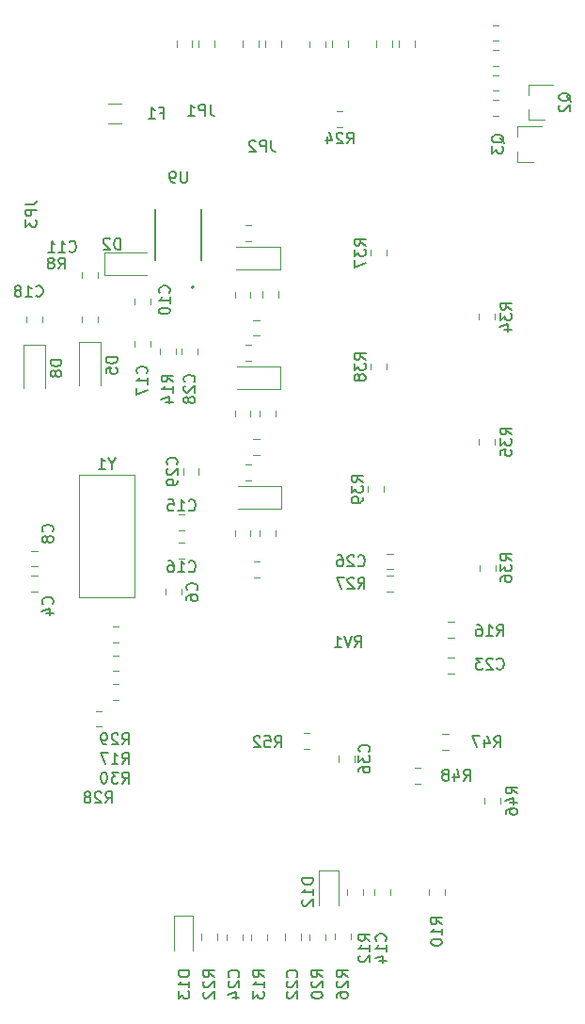
<source format=gbo>
G04 #@! TF.GenerationSoftware,KiCad,Pcbnew,(5.1.4)-1*
G04 #@! TF.CreationDate,2020-01-01T15:02:53-06:00*
G04 #@! TF.ProjectId,bldc_controller_v2,626c6463-5f63-46f6-9e74-726f6c6c6572,rev?*
G04 #@! TF.SameCoordinates,Original*
G04 #@! TF.FileFunction,Legend,Bot*
G04 #@! TF.FilePolarity,Positive*
%FSLAX46Y46*%
G04 Gerber Fmt 4.6, Leading zero omitted, Abs format (unit mm)*
G04 Created by KiCad (PCBNEW (5.1.4)-1) date 2020-01-01 15:02:53*
%MOMM*%
%LPD*%
G04 APERTURE LIST*
%ADD10C,0.120000*%
%ADD11C,0.200000*%
%ADD12C,0.127000*%
%ADD13C,0.150000*%
G04 APERTURE END LIST*
D10*
X159490000Y-70580000D02*
X160950000Y-70580000D01*
X159490000Y-67420000D02*
X161650000Y-67420000D01*
X159490000Y-67420000D02*
X159490000Y-68350000D01*
X159490000Y-70580000D02*
X159490000Y-69650000D01*
D11*
X129350000Y-85594000D02*
G75*
G03X129350000Y-85594000I-100000J0D01*
G01*
D12*
X125900000Y-78595000D02*
X125900000Y-83195000D01*
X130060000Y-78595000D02*
X130060000Y-83195000D01*
D10*
X121500000Y-113500000D02*
X119000000Y-113500000D01*
X119000000Y-102500000D02*
X119000000Y-113500000D01*
X124000000Y-102500000D02*
X119000000Y-102500000D01*
X124000000Y-113500000D02*
X124000000Y-102500000D01*
X121500000Y-113500000D02*
X124000000Y-113500000D01*
X139761252Y-127110000D02*
X139238748Y-127110000D01*
X139761252Y-125690000D02*
X139238748Y-125690000D01*
X149761252Y-130210000D02*
X149238748Y-130210000D01*
X149761252Y-128790000D02*
X149238748Y-128790000D01*
X152261252Y-127210000D02*
X151738748Y-127210000D01*
X152261252Y-125790000D02*
X151738748Y-125790000D01*
X156960000Y-131488748D02*
X156960000Y-132011252D01*
X155540000Y-131488748D02*
X155540000Y-132011252D01*
X135261252Y-111710000D02*
X134738748Y-111710000D01*
X135261252Y-110290000D02*
X134738748Y-110290000D01*
X133040000Y-108011252D02*
X133040000Y-107488748D01*
X134460000Y-108011252D02*
X134460000Y-107488748D01*
X134713748Y-99290000D02*
X135236252Y-99290000D01*
X134713748Y-100710000D02*
X135236252Y-100710000D01*
X134460000Y-96713748D02*
X134460000Y-97236252D01*
X133040000Y-96713748D02*
X133040000Y-97236252D01*
X135236252Y-89960000D02*
X134713748Y-89960000D01*
X135236252Y-88540000D02*
X134713748Y-88540000D01*
X134460000Y-86013748D02*
X134460000Y-86536252D01*
X133040000Y-86013748D02*
X133040000Y-86536252D01*
X146460000Y-103488748D02*
X146460000Y-104011252D01*
X145040000Y-103488748D02*
X145040000Y-104011252D01*
X146710000Y-92488748D02*
X146710000Y-93011252D01*
X145290000Y-92488748D02*
X145290000Y-93011252D01*
X145290000Y-82238748D02*
X145290000Y-82761252D01*
X146710000Y-82238748D02*
X146710000Y-82761252D01*
X156510000Y-110563748D02*
X156510000Y-111086252D01*
X155090000Y-110563748D02*
X155090000Y-111086252D01*
X156460000Y-99238748D02*
X156460000Y-99761252D01*
X155040000Y-99238748D02*
X155040000Y-99761252D01*
X156460000Y-88013748D02*
X156460000Y-88536252D01*
X155040000Y-88013748D02*
X155040000Y-88536252D01*
X134511252Y-102960000D02*
X133988748Y-102960000D01*
X134511252Y-101540000D02*
X133988748Y-101540000D01*
X134511252Y-92210000D02*
X133988748Y-92210000D01*
X134511252Y-90790000D02*
X133988748Y-90790000D01*
X134486252Y-80040000D02*
X133963748Y-80040000D01*
X134486252Y-81460000D02*
X133963748Y-81460000D01*
X122063748Y-121290000D02*
X122586252Y-121290000D01*
X122063748Y-122710000D02*
X122586252Y-122710000D01*
X122088748Y-116090000D02*
X122611252Y-116090000D01*
X122088748Y-117510000D02*
X122611252Y-117510000D01*
X121036252Y-125110000D02*
X120513748Y-125110000D01*
X121036252Y-123690000D02*
X120513748Y-123690000D01*
X146738748Y-109540000D02*
X147261252Y-109540000D01*
X146738748Y-110960000D02*
X147261252Y-110960000D01*
X143460000Y-143713748D02*
X143460000Y-144236252D01*
X142040000Y-143713748D02*
X142040000Y-144236252D01*
X142761252Y-69790000D02*
X142238748Y-69790000D01*
X142761252Y-71210000D02*
X142238748Y-71210000D01*
X131460000Y-143738748D02*
X131460000Y-144261252D01*
X130040000Y-143738748D02*
X130040000Y-144261252D01*
X139790000Y-144286252D02*
X139790000Y-143763748D01*
X141210000Y-144286252D02*
X141210000Y-143763748D01*
X139790000Y-63513748D02*
X139790000Y-64036252D01*
X141210000Y-63513748D02*
X141210000Y-64036252D01*
X122088748Y-118690000D02*
X122611252Y-118690000D01*
X122088748Y-120110000D02*
X122611252Y-120110000D01*
X152238748Y-115690000D02*
X152761252Y-115690000D01*
X152238748Y-117110000D02*
X152761252Y-117110000D01*
X126290000Y-91138748D02*
X126290000Y-91661252D01*
X127710000Y-91138748D02*
X127710000Y-91661252D01*
X134540000Y-144286252D02*
X134540000Y-143763748D01*
X135960000Y-144286252D02*
X135960000Y-143763748D01*
X143190000Y-139688748D02*
X143190000Y-140211252D01*
X144610000Y-139688748D02*
X144610000Y-140211252D01*
X151960000Y-140211252D02*
X151960000Y-139688748D01*
X150540000Y-140211252D02*
X150540000Y-139688748D01*
X119290000Y-88238748D02*
X119290000Y-88761252D01*
X120710000Y-88238748D02*
X120710000Y-88761252D01*
X156238748Y-68790000D02*
X156761252Y-68790000D01*
X156238748Y-70210000D02*
X156761252Y-70210000D01*
X156238748Y-66540000D02*
X156761252Y-66540000D01*
X156238748Y-67960000D02*
X156761252Y-67960000D01*
X156238748Y-64290000D02*
X156761252Y-64290000D01*
X156238748Y-65710000D02*
X156761252Y-65710000D01*
X156238748Y-62040000D02*
X156761252Y-62040000D01*
X156238748Y-63460000D02*
X156761252Y-63460000D01*
X158490000Y-74330000D02*
X158490000Y-73400000D01*
X158490000Y-71170000D02*
X158490000Y-72100000D01*
X158490000Y-71170000D02*
X160650000Y-71170000D01*
X158490000Y-74330000D02*
X159950000Y-74330000D01*
X122864564Y-70910000D02*
X121660436Y-70910000D01*
X122864564Y-69090000D02*
X121660436Y-69090000D01*
X137250000Y-103500000D02*
X133350000Y-103500000D01*
X137250000Y-105500000D02*
X133350000Y-105500000D01*
X137250000Y-103500000D02*
X137250000Y-105500000D01*
X137150000Y-92750000D02*
X133250000Y-92750000D01*
X137150000Y-94750000D02*
X133250000Y-94750000D01*
X137150000Y-92750000D02*
X137150000Y-94750000D01*
X137100000Y-82000000D02*
X137100000Y-84000000D01*
X137100000Y-84000000D02*
X133200000Y-84000000D01*
X137100000Y-82000000D02*
X133200000Y-82000000D01*
X127550000Y-142100000D02*
X127550000Y-145250000D01*
X129250000Y-142100000D02*
X129250000Y-145250000D01*
X127550000Y-142100000D02*
X129250000Y-142100000D01*
X140650000Y-138050000D02*
X142350000Y-138050000D01*
X142350000Y-138050000D02*
X142350000Y-141200000D01*
X140650000Y-138050000D02*
X140650000Y-141200000D01*
X114000000Y-90800000D02*
X116000000Y-90800000D01*
X116000000Y-90800000D02*
X116000000Y-94650000D01*
X114000000Y-90800000D02*
X114000000Y-94650000D01*
X119000000Y-90550000D02*
X121000000Y-90550000D01*
X121000000Y-90550000D02*
X121000000Y-94400000D01*
X119000000Y-90550000D02*
X119000000Y-94400000D01*
X121300000Y-84500000D02*
X121300000Y-82500000D01*
X121300000Y-82500000D02*
X125150000Y-82500000D01*
X121300000Y-84500000D02*
X125150000Y-84500000D01*
X142390000Y-128261252D02*
X142390000Y-127738748D01*
X143810000Y-128261252D02*
X143810000Y-127738748D01*
X136710000Y-107488748D02*
X136710000Y-108011252D01*
X135290000Y-107488748D02*
X135290000Y-108011252D01*
X136710000Y-96713748D02*
X136710000Y-97236252D01*
X135290000Y-96713748D02*
X135290000Y-97236252D01*
X135540000Y-85988748D02*
X135540000Y-86511252D01*
X136960000Y-85988748D02*
X136960000Y-86511252D01*
X129810000Y-101913748D02*
X129810000Y-102436252D01*
X128390000Y-101913748D02*
X128390000Y-102436252D01*
X129710000Y-91138748D02*
X129710000Y-91661252D01*
X128290000Y-91138748D02*
X128290000Y-91661252D01*
X147261252Y-112960000D02*
X146738748Y-112960000D01*
X147261252Y-111540000D02*
X146738748Y-111540000D01*
X141790000Y-63463748D02*
X141790000Y-63986252D01*
X143210000Y-63463748D02*
X143210000Y-63986252D01*
X132290000Y-144286252D02*
X132290000Y-143763748D01*
X133710000Y-144286252D02*
X133710000Y-143763748D01*
X152238748Y-118890000D02*
X152761252Y-118890000D01*
X152238748Y-120310000D02*
X152761252Y-120310000D01*
X137540000Y-144261252D02*
X137540000Y-143738748D01*
X138960000Y-144261252D02*
X138960000Y-143738748D01*
X135790000Y-63986252D02*
X135790000Y-63463748D01*
X137210000Y-63986252D02*
X137210000Y-63463748D01*
X133790000Y-63986252D02*
X133790000Y-63463748D01*
X135210000Y-63986252D02*
X135210000Y-63463748D01*
X115710000Y-88761252D02*
X115710000Y-88238748D01*
X114290000Y-88761252D02*
X114290000Y-88238748D01*
X125460000Y-90936252D02*
X125460000Y-90413748D01*
X124040000Y-90936252D02*
X124040000Y-90413748D01*
X127988748Y-106040000D02*
X128511252Y-106040000D01*
X127988748Y-107460000D02*
X128511252Y-107460000D01*
X128511252Y-109960000D02*
X127988748Y-109960000D01*
X128511252Y-108540000D02*
X127988748Y-108540000D01*
X147010000Y-140211252D02*
X147010000Y-139688748D01*
X145590000Y-140211252D02*
X145590000Y-139688748D01*
X129790000Y-63986252D02*
X129790000Y-63463748D01*
X131210000Y-63986252D02*
X131210000Y-63463748D01*
X120710000Y-84786252D02*
X120710000Y-84263748D01*
X119290000Y-84786252D02*
X119290000Y-84263748D01*
X125460000Y-86613748D02*
X125460000Y-87136252D01*
X124040000Y-86613748D02*
X124040000Y-87136252D01*
X127790000Y-63986252D02*
X127790000Y-63463748D01*
X129210000Y-63986252D02*
X129210000Y-63463748D01*
X115261252Y-110710000D02*
X114738748Y-110710000D01*
X115261252Y-109290000D02*
X114738748Y-109290000D01*
X128210000Y-112713748D02*
X128210000Y-113236252D01*
X126790000Y-112713748D02*
X126790000Y-113236252D01*
X147210000Y-63986252D02*
X147210000Y-63463748D01*
X145790000Y-63986252D02*
X145790000Y-63463748D01*
X115261252Y-112960000D02*
X114738748Y-112960000D01*
X115261252Y-111540000D02*
X114738748Y-111540000D01*
X149210000Y-63986252D02*
X149210000Y-63463748D01*
X147790000Y-63986252D02*
X147790000Y-63463748D01*
D13*
X143845238Y-117952380D02*
X144178571Y-117476190D01*
X144416666Y-117952380D02*
X144416666Y-116952380D01*
X144035714Y-116952380D01*
X143940476Y-117000000D01*
X143892857Y-117047619D01*
X143845238Y-117142857D01*
X143845238Y-117285714D01*
X143892857Y-117380952D01*
X143940476Y-117428571D01*
X144035714Y-117476190D01*
X144416666Y-117476190D01*
X143559523Y-116952380D02*
X143226190Y-117952380D01*
X142892857Y-116952380D01*
X142035714Y-117952380D02*
X142607142Y-117952380D01*
X142321428Y-117952380D02*
X142321428Y-116952380D01*
X142416666Y-117095238D01*
X142511904Y-117190476D01*
X142607142Y-117238095D01*
X130833333Y-69202380D02*
X130833333Y-69916666D01*
X130880952Y-70059523D01*
X130976190Y-70154761D01*
X131119047Y-70202380D01*
X131214285Y-70202380D01*
X130357142Y-70202380D02*
X130357142Y-69202380D01*
X129976190Y-69202380D01*
X129880952Y-69250000D01*
X129833333Y-69297619D01*
X129785714Y-69392857D01*
X129785714Y-69535714D01*
X129833333Y-69630952D01*
X129880952Y-69678571D01*
X129976190Y-69726190D01*
X130357142Y-69726190D01*
X128833333Y-70202380D02*
X129404761Y-70202380D01*
X129119047Y-70202380D02*
X129119047Y-69202380D01*
X129214285Y-69345238D01*
X129309523Y-69440476D01*
X129404761Y-69488095D01*
X163297619Y-68904761D02*
X163250000Y-68809523D01*
X163154761Y-68714285D01*
X163011904Y-68571428D01*
X162964285Y-68476190D01*
X162964285Y-68380952D01*
X163202380Y-68428571D02*
X163154761Y-68333333D01*
X163059523Y-68238095D01*
X162869047Y-68190476D01*
X162535714Y-68190476D01*
X162345238Y-68238095D01*
X162250000Y-68333333D01*
X162202380Y-68428571D01*
X162202380Y-68619047D01*
X162250000Y-68714285D01*
X162345238Y-68809523D01*
X162535714Y-68857142D01*
X162869047Y-68857142D01*
X163059523Y-68809523D01*
X163154761Y-68714285D01*
X163202380Y-68619047D01*
X163202380Y-68428571D01*
X162297619Y-69238095D02*
X162250000Y-69285714D01*
X162202380Y-69380952D01*
X162202380Y-69619047D01*
X162250000Y-69714285D01*
X162297619Y-69761904D01*
X162392857Y-69809523D01*
X162488095Y-69809523D01*
X162630952Y-69761904D01*
X163202380Y-69190476D01*
X163202380Y-69809523D01*
X128741904Y-75202380D02*
X128741904Y-76011904D01*
X128694285Y-76107142D01*
X128646666Y-76154761D01*
X128551428Y-76202380D01*
X128360952Y-76202380D01*
X128265714Y-76154761D01*
X128218095Y-76107142D01*
X128170476Y-76011904D01*
X128170476Y-75202380D01*
X127646666Y-76202380D02*
X127456190Y-76202380D01*
X127360952Y-76154761D01*
X127313333Y-76107142D01*
X127218095Y-75964285D01*
X127170476Y-75773809D01*
X127170476Y-75392857D01*
X127218095Y-75297619D01*
X127265714Y-75250000D01*
X127360952Y-75202380D01*
X127551428Y-75202380D01*
X127646666Y-75250000D01*
X127694285Y-75297619D01*
X127741904Y-75392857D01*
X127741904Y-75630952D01*
X127694285Y-75726190D01*
X127646666Y-75773809D01*
X127551428Y-75821428D01*
X127360952Y-75821428D01*
X127265714Y-75773809D01*
X127218095Y-75726190D01*
X127170476Y-75630952D01*
X114202380Y-78166666D02*
X114916666Y-78166666D01*
X115059523Y-78119047D01*
X115154761Y-78023809D01*
X115202380Y-77880952D01*
X115202380Y-77785714D01*
X115202380Y-78642857D02*
X114202380Y-78642857D01*
X114202380Y-79023809D01*
X114250000Y-79119047D01*
X114297619Y-79166666D01*
X114392857Y-79214285D01*
X114535714Y-79214285D01*
X114630952Y-79166666D01*
X114678571Y-79119047D01*
X114726190Y-79023809D01*
X114726190Y-78642857D01*
X114202380Y-79547619D02*
X114202380Y-80166666D01*
X114583333Y-79833333D01*
X114583333Y-79976190D01*
X114630952Y-80071428D01*
X114678571Y-80119047D01*
X114773809Y-80166666D01*
X115011904Y-80166666D01*
X115107142Y-80119047D01*
X115154761Y-80071428D01*
X115202380Y-79976190D01*
X115202380Y-79690476D01*
X115154761Y-79595238D01*
X115107142Y-79547619D01*
X121976190Y-101476190D02*
X121976190Y-101952380D01*
X122309523Y-100952380D02*
X121976190Y-101476190D01*
X121642857Y-100952380D01*
X120785714Y-101952380D02*
X121357142Y-101952380D01*
X121071428Y-101952380D02*
X121071428Y-100952380D01*
X121166666Y-101095238D01*
X121261904Y-101190476D01*
X121357142Y-101238095D01*
X136642857Y-126952380D02*
X136976190Y-126476190D01*
X137214285Y-126952380D02*
X137214285Y-125952380D01*
X136833333Y-125952380D01*
X136738095Y-126000000D01*
X136690476Y-126047619D01*
X136642857Y-126142857D01*
X136642857Y-126285714D01*
X136690476Y-126380952D01*
X136738095Y-126428571D01*
X136833333Y-126476190D01*
X137214285Y-126476190D01*
X135738095Y-125952380D02*
X136214285Y-125952380D01*
X136261904Y-126428571D01*
X136214285Y-126380952D01*
X136119047Y-126333333D01*
X135880952Y-126333333D01*
X135785714Y-126380952D01*
X135738095Y-126428571D01*
X135690476Y-126523809D01*
X135690476Y-126761904D01*
X135738095Y-126857142D01*
X135785714Y-126904761D01*
X135880952Y-126952380D01*
X136119047Y-126952380D01*
X136214285Y-126904761D01*
X136261904Y-126857142D01*
X135309523Y-126047619D02*
X135261904Y-126000000D01*
X135166666Y-125952380D01*
X134928571Y-125952380D01*
X134833333Y-126000000D01*
X134785714Y-126047619D01*
X134738095Y-126142857D01*
X134738095Y-126238095D01*
X134785714Y-126380952D01*
X135357142Y-126952380D01*
X134738095Y-126952380D01*
X153642857Y-129952380D02*
X153976190Y-129476190D01*
X154214285Y-129952380D02*
X154214285Y-128952380D01*
X153833333Y-128952380D01*
X153738095Y-129000000D01*
X153690476Y-129047619D01*
X153642857Y-129142857D01*
X153642857Y-129285714D01*
X153690476Y-129380952D01*
X153738095Y-129428571D01*
X153833333Y-129476190D01*
X154214285Y-129476190D01*
X152785714Y-129285714D02*
X152785714Y-129952380D01*
X153023809Y-128904761D02*
X153261904Y-129619047D01*
X152642857Y-129619047D01*
X152119047Y-129380952D02*
X152214285Y-129333333D01*
X152261904Y-129285714D01*
X152309523Y-129190476D01*
X152309523Y-129142857D01*
X152261904Y-129047619D01*
X152214285Y-129000000D01*
X152119047Y-128952380D01*
X151928571Y-128952380D01*
X151833333Y-129000000D01*
X151785714Y-129047619D01*
X151738095Y-129142857D01*
X151738095Y-129190476D01*
X151785714Y-129285714D01*
X151833333Y-129333333D01*
X151928571Y-129380952D01*
X152119047Y-129380952D01*
X152214285Y-129428571D01*
X152261904Y-129476190D01*
X152309523Y-129571428D01*
X152309523Y-129761904D01*
X152261904Y-129857142D01*
X152214285Y-129904761D01*
X152119047Y-129952380D01*
X151928571Y-129952380D01*
X151833333Y-129904761D01*
X151785714Y-129857142D01*
X151738095Y-129761904D01*
X151738095Y-129571428D01*
X151785714Y-129476190D01*
X151833333Y-129428571D01*
X151928571Y-129380952D01*
X156392857Y-126952380D02*
X156726190Y-126476190D01*
X156964285Y-126952380D02*
X156964285Y-125952380D01*
X156583333Y-125952380D01*
X156488095Y-126000000D01*
X156440476Y-126047619D01*
X156392857Y-126142857D01*
X156392857Y-126285714D01*
X156440476Y-126380952D01*
X156488095Y-126428571D01*
X156583333Y-126476190D01*
X156964285Y-126476190D01*
X155535714Y-126285714D02*
X155535714Y-126952380D01*
X155773809Y-125904761D02*
X156011904Y-126619047D01*
X155392857Y-126619047D01*
X155107142Y-125952380D02*
X154440476Y-125952380D01*
X154869047Y-126952380D01*
X158452380Y-131107142D02*
X157976190Y-130773809D01*
X158452380Y-130535714D02*
X157452380Y-130535714D01*
X157452380Y-130916666D01*
X157500000Y-131011904D01*
X157547619Y-131059523D01*
X157642857Y-131107142D01*
X157785714Y-131107142D01*
X157880952Y-131059523D01*
X157928571Y-131011904D01*
X157976190Y-130916666D01*
X157976190Y-130535714D01*
X157785714Y-131964285D02*
X158452380Y-131964285D01*
X157404761Y-131726190D02*
X158119047Y-131488095D01*
X158119047Y-132107142D01*
X157452380Y-132916666D02*
X157452380Y-132726190D01*
X157500000Y-132630952D01*
X157547619Y-132583333D01*
X157690476Y-132488095D01*
X157880952Y-132440476D01*
X158261904Y-132440476D01*
X158357142Y-132488095D01*
X158404761Y-132535714D01*
X158452380Y-132630952D01*
X158452380Y-132821428D01*
X158404761Y-132916666D01*
X158357142Y-132964285D01*
X158261904Y-133011904D01*
X158023809Y-133011904D01*
X157928571Y-132964285D01*
X157880952Y-132916666D01*
X157833333Y-132821428D01*
X157833333Y-132630952D01*
X157880952Y-132535714D01*
X157928571Y-132488095D01*
X158023809Y-132440476D01*
X144552380Y-103107142D02*
X144076190Y-102773809D01*
X144552380Y-102535714D02*
X143552380Y-102535714D01*
X143552380Y-102916666D01*
X143600000Y-103011904D01*
X143647619Y-103059523D01*
X143742857Y-103107142D01*
X143885714Y-103107142D01*
X143980952Y-103059523D01*
X144028571Y-103011904D01*
X144076190Y-102916666D01*
X144076190Y-102535714D01*
X143552380Y-103440476D02*
X143552380Y-104059523D01*
X143933333Y-103726190D01*
X143933333Y-103869047D01*
X143980952Y-103964285D01*
X144028571Y-104011904D01*
X144123809Y-104059523D01*
X144361904Y-104059523D01*
X144457142Y-104011904D01*
X144504761Y-103964285D01*
X144552380Y-103869047D01*
X144552380Y-103583333D01*
X144504761Y-103488095D01*
X144457142Y-103440476D01*
X144552380Y-104535714D02*
X144552380Y-104726190D01*
X144504761Y-104821428D01*
X144457142Y-104869047D01*
X144314285Y-104964285D01*
X144123809Y-105011904D01*
X143742857Y-105011904D01*
X143647619Y-104964285D01*
X143600000Y-104916666D01*
X143552380Y-104821428D01*
X143552380Y-104630952D01*
X143600000Y-104535714D01*
X143647619Y-104488095D01*
X143742857Y-104440476D01*
X143980952Y-104440476D01*
X144076190Y-104488095D01*
X144123809Y-104535714D01*
X144171428Y-104630952D01*
X144171428Y-104821428D01*
X144123809Y-104916666D01*
X144076190Y-104964285D01*
X143980952Y-105011904D01*
X144802380Y-92107142D02*
X144326190Y-91773809D01*
X144802380Y-91535714D02*
X143802380Y-91535714D01*
X143802380Y-91916666D01*
X143850000Y-92011904D01*
X143897619Y-92059523D01*
X143992857Y-92107142D01*
X144135714Y-92107142D01*
X144230952Y-92059523D01*
X144278571Y-92011904D01*
X144326190Y-91916666D01*
X144326190Y-91535714D01*
X143802380Y-92440476D02*
X143802380Y-93059523D01*
X144183333Y-92726190D01*
X144183333Y-92869047D01*
X144230952Y-92964285D01*
X144278571Y-93011904D01*
X144373809Y-93059523D01*
X144611904Y-93059523D01*
X144707142Y-93011904D01*
X144754761Y-92964285D01*
X144802380Y-92869047D01*
X144802380Y-92583333D01*
X144754761Y-92488095D01*
X144707142Y-92440476D01*
X144230952Y-93630952D02*
X144183333Y-93535714D01*
X144135714Y-93488095D01*
X144040476Y-93440476D01*
X143992857Y-93440476D01*
X143897619Y-93488095D01*
X143850000Y-93535714D01*
X143802380Y-93630952D01*
X143802380Y-93821428D01*
X143850000Y-93916666D01*
X143897619Y-93964285D01*
X143992857Y-94011904D01*
X144040476Y-94011904D01*
X144135714Y-93964285D01*
X144183333Y-93916666D01*
X144230952Y-93821428D01*
X144230952Y-93630952D01*
X144278571Y-93535714D01*
X144326190Y-93488095D01*
X144421428Y-93440476D01*
X144611904Y-93440476D01*
X144707142Y-93488095D01*
X144754761Y-93535714D01*
X144802380Y-93630952D01*
X144802380Y-93821428D01*
X144754761Y-93916666D01*
X144707142Y-93964285D01*
X144611904Y-94011904D01*
X144421428Y-94011904D01*
X144326190Y-93964285D01*
X144278571Y-93916666D01*
X144230952Y-93821428D01*
X144802380Y-81857142D02*
X144326190Y-81523809D01*
X144802380Y-81285714D02*
X143802380Y-81285714D01*
X143802380Y-81666666D01*
X143850000Y-81761904D01*
X143897619Y-81809523D01*
X143992857Y-81857142D01*
X144135714Y-81857142D01*
X144230952Y-81809523D01*
X144278571Y-81761904D01*
X144326190Y-81666666D01*
X144326190Y-81285714D01*
X143802380Y-82190476D02*
X143802380Y-82809523D01*
X144183333Y-82476190D01*
X144183333Y-82619047D01*
X144230952Y-82714285D01*
X144278571Y-82761904D01*
X144373809Y-82809523D01*
X144611904Y-82809523D01*
X144707142Y-82761904D01*
X144754761Y-82714285D01*
X144802380Y-82619047D01*
X144802380Y-82333333D01*
X144754761Y-82238095D01*
X144707142Y-82190476D01*
X143802380Y-83142857D02*
X143802380Y-83809523D01*
X144802380Y-83380952D01*
X157952380Y-110182142D02*
X157476190Y-109848809D01*
X157952380Y-109610714D02*
X156952380Y-109610714D01*
X156952380Y-109991666D01*
X157000000Y-110086904D01*
X157047619Y-110134523D01*
X157142857Y-110182142D01*
X157285714Y-110182142D01*
X157380952Y-110134523D01*
X157428571Y-110086904D01*
X157476190Y-109991666D01*
X157476190Y-109610714D01*
X156952380Y-110515476D02*
X156952380Y-111134523D01*
X157333333Y-110801190D01*
X157333333Y-110944047D01*
X157380952Y-111039285D01*
X157428571Y-111086904D01*
X157523809Y-111134523D01*
X157761904Y-111134523D01*
X157857142Y-111086904D01*
X157904761Y-111039285D01*
X157952380Y-110944047D01*
X157952380Y-110658333D01*
X157904761Y-110563095D01*
X157857142Y-110515476D01*
X156952380Y-111991666D02*
X156952380Y-111801190D01*
X157000000Y-111705952D01*
X157047619Y-111658333D01*
X157190476Y-111563095D01*
X157380952Y-111515476D01*
X157761904Y-111515476D01*
X157857142Y-111563095D01*
X157904761Y-111610714D01*
X157952380Y-111705952D01*
X157952380Y-111896428D01*
X157904761Y-111991666D01*
X157857142Y-112039285D01*
X157761904Y-112086904D01*
X157523809Y-112086904D01*
X157428571Y-112039285D01*
X157380952Y-111991666D01*
X157333333Y-111896428D01*
X157333333Y-111705952D01*
X157380952Y-111610714D01*
X157428571Y-111563095D01*
X157523809Y-111515476D01*
X157952380Y-98857142D02*
X157476190Y-98523809D01*
X157952380Y-98285714D02*
X156952380Y-98285714D01*
X156952380Y-98666666D01*
X157000000Y-98761904D01*
X157047619Y-98809523D01*
X157142857Y-98857142D01*
X157285714Y-98857142D01*
X157380952Y-98809523D01*
X157428571Y-98761904D01*
X157476190Y-98666666D01*
X157476190Y-98285714D01*
X156952380Y-99190476D02*
X156952380Y-99809523D01*
X157333333Y-99476190D01*
X157333333Y-99619047D01*
X157380952Y-99714285D01*
X157428571Y-99761904D01*
X157523809Y-99809523D01*
X157761904Y-99809523D01*
X157857142Y-99761904D01*
X157904761Y-99714285D01*
X157952380Y-99619047D01*
X157952380Y-99333333D01*
X157904761Y-99238095D01*
X157857142Y-99190476D01*
X156952380Y-100714285D02*
X156952380Y-100238095D01*
X157428571Y-100190476D01*
X157380952Y-100238095D01*
X157333333Y-100333333D01*
X157333333Y-100571428D01*
X157380952Y-100666666D01*
X157428571Y-100714285D01*
X157523809Y-100761904D01*
X157761904Y-100761904D01*
X157857142Y-100714285D01*
X157904761Y-100666666D01*
X157952380Y-100571428D01*
X157952380Y-100333333D01*
X157904761Y-100238095D01*
X157857142Y-100190476D01*
X157952380Y-87607142D02*
X157476190Y-87273809D01*
X157952380Y-87035714D02*
X156952380Y-87035714D01*
X156952380Y-87416666D01*
X157000000Y-87511904D01*
X157047619Y-87559523D01*
X157142857Y-87607142D01*
X157285714Y-87607142D01*
X157380952Y-87559523D01*
X157428571Y-87511904D01*
X157476190Y-87416666D01*
X157476190Y-87035714D01*
X156952380Y-87940476D02*
X156952380Y-88559523D01*
X157333333Y-88226190D01*
X157333333Y-88369047D01*
X157380952Y-88464285D01*
X157428571Y-88511904D01*
X157523809Y-88559523D01*
X157761904Y-88559523D01*
X157857142Y-88511904D01*
X157904761Y-88464285D01*
X157952380Y-88369047D01*
X157952380Y-88083333D01*
X157904761Y-87988095D01*
X157857142Y-87940476D01*
X157285714Y-89416666D02*
X157952380Y-89416666D01*
X156904761Y-89178571D02*
X157619047Y-88940476D01*
X157619047Y-89559523D01*
X122892857Y-130202380D02*
X123226190Y-129726190D01*
X123464285Y-130202380D02*
X123464285Y-129202380D01*
X123083333Y-129202380D01*
X122988095Y-129250000D01*
X122940476Y-129297619D01*
X122892857Y-129392857D01*
X122892857Y-129535714D01*
X122940476Y-129630952D01*
X122988095Y-129678571D01*
X123083333Y-129726190D01*
X123464285Y-129726190D01*
X122559523Y-129202380D02*
X121940476Y-129202380D01*
X122273809Y-129583333D01*
X122130952Y-129583333D01*
X122035714Y-129630952D01*
X121988095Y-129678571D01*
X121940476Y-129773809D01*
X121940476Y-130011904D01*
X121988095Y-130107142D01*
X122035714Y-130154761D01*
X122130952Y-130202380D01*
X122416666Y-130202380D01*
X122511904Y-130154761D01*
X122559523Y-130107142D01*
X121321428Y-129202380D02*
X121226190Y-129202380D01*
X121130952Y-129250000D01*
X121083333Y-129297619D01*
X121035714Y-129392857D01*
X120988095Y-129583333D01*
X120988095Y-129821428D01*
X121035714Y-130011904D01*
X121083333Y-130107142D01*
X121130952Y-130154761D01*
X121226190Y-130202380D01*
X121321428Y-130202380D01*
X121416666Y-130154761D01*
X121464285Y-130107142D01*
X121511904Y-130011904D01*
X121559523Y-129821428D01*
X121559523Y-129583333D01*
X121511904Y-129392857D01*
X121464285Y-129297619D01*
X121416666Y-129250000D01*
X121321428Y-129202380D01*
X122892857Y-126702380D02*
X123226190Y-126226190D01*
X123464285Y-126702380D02*
X123464285Y-125702380D01*
X123083333Y-125702380D01*
X122988095Y-125750000D01*
X122940476Y-125797619D01*
X122892857Y-125892857D01*
X122892857Y-126035714D01*
X122940476Y-126130952D01*
X122988095Y-126178571D01*
X123083333Y-126226190D01*
X123464285Y-126226190D01*
X122511904Y-125797619D02*
X122464285Y-125750000D01*
X122369047Y-125702380D01*
X122130952Y-125702380D01*
X122035714Y-125750000D01*
X121988095Y-125797619D01*
X121940476Y-125892857D01*
X121940476Y-125988095D01*
X121988095Y-126130952D01*
X122559523Y-126702380D01*
X121940476Y-126702380D01*
X121464285Y-126702380D02*
X121273809Y-126702380D01*
X121178571Y-126654761D01*
X121130952Y-126607142D01*
X121035714Y-126464285D01*
X120988095Y-126273809D01*
X120988095Y-125892857D01*
X121035714Y-125797619D01*
X121083333Y-125750000D01*
X121178571Y-125702380D01*
X121369047Y-125702380D01*
X121464285Y-125750000D01*
X121511904Y-125797619D01*
X121559523Y-125892857D01*
X121559523Y-126130952D01*
X121511904Y-126226190D01*
X121464285Y-126273809D01*
X121369047Y-126321428D01*
X121178571Y-126321428D01*
X121083333Y-126273809D01*
X121035714Y-126226190D01*
X120988095Y-126130952D01*
X121392857Y-131952380D02*
X121726190Y-131476190D01*
X121964285Y-131952380D02*
X121964285Y-130952380D01*
X121583333Y-130952380D01*
X121488095Y-131000000D01*
X121440476Y-131047619D01*
X121392857Y-131142857D01*
X121392857Y-131285714D01*
X121440476Y-131380952D01*
X121488095Y-131428571D01*
X121583333Y-131476190D01*
X121964285Y-131476190D01*
X121011904Y-131047619D02*
X120964285Y-131000000D01*
X120869047Y-130952380D01*
X120630952Y-130952380D01*
X120535714Y-131000000D01*
X120488095Y-131047619D01*
X120440476Y-131142857D01*
X120440476Y-131238095D01*
X120488095Y-131380952D01*
X121059523Y-131952380D01*
X120440476Y-131952380D01*
X119869047Y-131380952D02*
X119964285Y-131333333D01*
X120011904Y-131285714D01*
X120059523Y-131190476D01*
X120059523Y-131142857D01*
X120011904Y-131047619D01*
X119964285Y-131000000D01*
X119869047Y-130952380D01*
X119678571Y-130952380D01*
X119583333Y-131000000D01*
X119535714Y-131047619D01*
X119488095Y-131142857D01*
X119488095Y-131190476D01*
X119535714Y-131285714D01*
X119583333Y-131333333D01*
X119678571Y-131380952D01*
X119869047Y-131380952D01*
X119964285Y-131428571D01*
X120011904Y-131476190D01*
X120059523Y-131571428D01*
X120059523Y-131761904D01*
X120011904Y-131857142D01*
X119964285Y-131904761D01*
X119869047Y-131952380D01*
X119678571Y-131952380D01*
X119583333Y-131904761D01*
X119535714Y-131857142D01*
X119488095Y-131761904D01*
X119488095Y-131571428D01*
X119535714Y-131476190D01*
X119583333Y-131428571D01*
X119678571Y-131380952D01*
X144142857Y-112702380D02*
X144476190Y-112226190D01*
X144714285Y-112702380D02*
X144714285Y-111702380D01*
X144333333Y-111702380D01*
X144238095Y-111750000D01*
X144190476Y-111797619D01*
X144142857Y-111892857D01*
X144142857Y-112035714D01*
X144190476Y-112130952D01*
X144238095Y-112178571D01*
X144333333Y-112226190D01*
X144714285Y-112226190D01*
X143761904Y-111797619D02*
X143714285Y-111750000D01*
X143619047Y-111702380D01*
X143380952Y-111702380D01*
X143285714Y-111750000D01*
X143238095Y-111797619D01*
X143190476Y-111892857D01*
X143190476Y-111988095D01*
X143238095Y-112130952D01*
X143809523Y-112702380D01*
X143190476Y-112702380D01*
X142857142Y-111702380D02*
X142190476Y-111702380D01*
X142619047Y-112702380D01*
X143202380Y-147607142D02*
X142726190Y-147273809D01*
X143202380Y-147035714D02*
X142202380Y-147035714D01*
X142202380Y-147416666D01*
X142250000Y-147511904D01*
X142297619Y-147559523D01*
X142392857Y-147607142D01*
X142535714Y-147607142D01*
X142630952Y-147559523D01*
X142678571Y-147511904D01*
X142726190Y-147416666D01*
X142726190Y-147035714D01*
X142297619Y-147988095D02*
X142250000Y-148035714D01*
X142202380Y-148130952D01*
X142202380Y-148369047D01*
X142250000Y-148464285D01*
X142297619Y-148511904D01*
X142392857Y-148559523D01*
X142488095Y-148559523D01*
X142630952Y-148511904D01*
X143202380Y-147940476D01*
X143202380Y-148559523D01*
X142202380Y-149416666D02*
X142202380Y-149226190D01*
X142250000Y-149130952D01*
X142297619Y-149083333D01*
X142440476Y-148988095D01*
X142630952Y-148940476D01*
X143011904Y-148940476D01*
X143107142Y-148988095D01*
X143154761Y-149035714D01*
X143202380Y-149130952D01*
X143202380Y-149321428D01*
X143154761Y-149416666D01*
X143107142Y-149464285D01*
X143011904Y-149511904D01*
X142773809Y-149511904D01*
X142678571Y-149464285D01*
X142630952Y-149416666D01*
X142583333Y-149321428D01*
X142583333Y-149130952D01*
X142630952Y-149035714D01*
X142678571Y-148988095D01*
X142773809Y-148940476D01*
X143142857Y-72702380D02*
X143476190Y-72226190D01*
X143714285Y-72702380D02*
X143714285Y-71702380D01*
X143333333Y-71702380D01*
X143238095Y-71750000D01*
X143190476Y-71797619D01*
X143142857Y-71892857D01*
X143142857Y-72035714D01*
X143190476Y-72130952D01*
X143238095Y-72178571D01*
X143333333Y-72226190D01*
X143714285Y-72226190D01*
X142761904Y-71797619D02*
X142714285Y-71750000D01*
X142619047Y-71702380D01*
X142380952Y-71702380D01*
X142285714Y-71750000D01*
X142238095Y-71797619D01*
X142190476Y-71892857D01*
X142190476Y-71988095D01*
X142238095Y-72130952D01*
X142809523Y-72702380D01*
X142190476Y-72702380D01*
X141333333Y-72035714D02*
X141333333Y-72702380D01*
X141571428Y-71654761D02*
X141809523Y-72369047D01*
X141190476Y-72369047D01*
X131202380Y-147607142D02*
X130726190Y-147273809D01*
X131202380Y-147035714D02*
X130202380Y-147035714D01*
X130202380Y-147416666D01*
X130250000Y-147511904D01*
X130297619Y-147559523D01*
X130392857Y-147607142D01*
X130535714Y-147607142D01*
X130630952Y-147559523D01*
X130678571Y-147511904D01*
X130726190Y-147416666D01*
X130726190Y-147035714D01*
X130297619Y-147988095D02*
X130250000Y-148035714D01*
X130202380Y-148130952D01*
X130202380Y-148369047D01*
X130250000Y-148464285D01*
X130297619Y-148511904D01*
X130392857Y-148559523D01*
X130488095Y-148559523D01*
X130630952Y-148511904D01*
X131202380Y-147940476D01*
X131202380Y-148559523D01*
X130297619Y-148940476D02*
X130250000Y-148988095D01*
X130202380Y-149083333D01*
X130202380Y-149321428D01*
X130250000Y-149416666D01*
X130297619Y-149464285D01*
X130392857Y-149511904D01*
X130488095Y-149511904D01*
X130630952Y-149464285D01*
X131202380Y-148892857D01*
X131202380Y-149511904D01*
X140952380Y-147607142D02*
X140476190Y-147273809D01*
X140952380Y-147035714D02*
X139952380Y-147035714D01*
X139952380Y-147416666D01*
X140000000Y-147511904D01*
X140047619Y-147559523D01*
X140142857Y-147607142D01*
X140285714Y-147607142D01*
X140380952Y-147559523D01*
X140428571Y-147511904D01*
X140476190Y-147416666D01*
X140476190Y-147035714D01*
X140047619Y-147988095D02*
X140000000Y-148035714D01*
X139952380Y-148130952D01*
X139952380Y-148369047D01*
X140000000Y-148464285D01*
X140047619Y-148511904D01*
X140142857Y-148559523D01*
X140238095Y-148559523D01*
X140380952Y-148511904D01*
X140952380Y-147940476D01*
X140952380Y-148559523D01*
X139952380Y-149178571D02*
X139952380Y-149273809D01*
X140000000Y-149369047D01*
X140047619Y-149416666D01*
X140142857Y-149464285D01*
X140333333Y-149511904D01*
X140571428Y-149511904D01*
X140761904Y-149464285D01*
X140857142Y-149416666D01*
X140904761Y-149369047D01*
X140952380Y-149273809D01*
X140952380Y-149178571D01*
X140904761Y-149083333D01*
X140857142Y-149035714D01*
X140761904Y-148988095D01*
X140571428Y-148940476D01*
X140333333Y-148940476D01*
X140142857Y-148988095D01*
X140047619Y-149035714D01*
X140000000Y-149083333D01*
X139952380Y-149178571D01*
X122892857Y-128452380D02*
X123226190Y-127976190D01*
X123464285Y-128452380D02*
X123464285Y-127452380D01*
X123083333Y-127452380D01*
X122988095Y-127500000D01*
X122940476Y-127547619D01*
X122892857Y-127642857D01*
X122892857Y-127785714D01*
X122940476Y-127880952D01*
X122988095Y-127928571D01*
X123083333Y-127976190D01*
X123464285Y-127976190D01*
X121940476Y-128452380D02*
X122511904Y-128452380D01*
X122226190Y-128452380D02*
X122226190Y-127452380D01*
X122321428Y-127595238D01*
X122416666Y-127690476D01*
X122511904Y-127738095D01*
X121607142Y-127452380D02*
X120940476Y-127452380D01*
X121369047Y-128452380D01*
X156642857Y-116952380D02*
X156976190Y-116476190D01*
X157214285Y-116952380D02*
X157214285Y-115952380D01*
X156833333Y-115952380D01*
X156738095Y-116000000D01*
X156690476Y-116047619D01*
X156642857Y-116142857D01*
X156642857Y-116285714D01*
X156690476Y-116380952D01*
X156738095Y-116428571D01*
X156833333Y-116476190D01*
X157214285Y-116476190D01*
X155690476Y-116952380D02*
X156261904Y-116952380D01*
X155976190Y-116952380D02*
X155976190Y-115952380D01*
X156071428Y-116095238D01*
X156166666Y-116190476D01*
X156261904Y-116238095D01*
X154833333Y-115952380D02*
X155023809Y-115952380D01*
X155119047Y-116000000D01*
X155166666Y-116047619D01*
X155261904Y-116190476D01*
X155309523Y-116380952D01*
X155309523Y-116761904D01*
X155261904Y-116857142D01*
X155214285Y-116904761D01*
X155119047Y-116952380D01*
X154928571Y-116952380D01*
X154833333Y-116904761D01*
X154785714Y-116857142D01*
X154738095Y-116761904D01*
X154738095Y-116523809D01*
X154785714Y-116428571D01*
X154833333Y-116380952D01*
X154928571Y-116333333D01*
X155119047Y-116333333D01*
X155214285Y-116380952D01*
X155261904Y-116428571D01*
X155309523Y-116523809D01*
X127452380Y-94107142D02*
X126976190Y-93773809D01*
X127452380Y-93535714D02*
X126452380Y-93535714D01*
X126452380Y-93916666D01*
X126500000Y-94011904D01*
X126547619Y-94059523D01*
X126642857Y-94107142D01*
X126785714Y-94107142D01*
X126880952Y-94059523D01*
X126928571Y-94011904D01*
X126976190Y-93916666D01*
X126976190Y-93535714D01*
X127452380Y-95059523D02*
X127452380Y-94488095D01*
X127452380Y-94773809D02*
X126452380Y-94773809D01*
X126595238Y-94678571D01*
X126690476Y-94583333D01*
X126738095Y-94488095D01*
X126785714Y-95916666D02*
X127452380Y-95916666D01*
X126404761Y-95678571D02*
X127119047Y-95440476D01*
X127119047Y-96059523D01*
X135702380Y-147607142D02*
X135226190Y-147273809D01*
X135702380Y-147035714D02*
X134702380Y-147035714D01*
X134702380Y-147416666D01*
X134750000Y-147511904D01*
X134797619Y-147559523D01*
X134892857Y-147607142D01*
X135035714Y-147607142D01*
X135130952Y-147559523D01*
X135178571Y-147511904D01*
X135226190Y-147416666D01*
X135226190Y-147035714D01*
X135702380Y-148559523D02*
X135702380Y-147988095D01*
X135702380Y-148273809D02*
X134702380Y-148273809D01*
X134845238Y-148178571D01*
X134940476Y-148083333D01*
X134988095Y-147988095D01*
X134702380Y-148892857D02*
X134702380Y-149511904D01*
X135083333Y-149178571D01*
X135083333Y-149321428D01*
X135130952Y-149416666D01*
X135178571Y-149464285D01*
X135273809Y-149511904D01*
X135511904Y-149511904D01*
X135607142Y-149464285D01*
X135654761Y-149416666D01*
X135702380Y-149321428D01*
X135702380Y-149035714D01*
X135654761Y-148940476D01*
X135607142Y-148892857D01*
X145202380Y-144357142D02*
X144726190Y-144023809D01*
X145202380Y-143785714D02*
X144202380Y-143785714D01*
X144202380Y-144166666D01*
X144250000Y-144261904D01*
X144297619Y-144309523D01*
X144392857Y-144357142D01*
X144535714Y-144357142D01*
X144630952Y-144309523D01*
X144678571Y-144261904D01*
X144726190Y-144166666D01*
X144726190Y-143785714D01*
X145202380Y-145309523D02*
X145202380Y-144738095D01*
X145202380Y-145023809D02*
X144202380Y-145023809D01*
X144345238Y-144928571D01*
X144440476Y-144833333D01*
X144488095Y-144738095D01*
X144297619Y-145690476D02*
X144250000Y-145738095D01*
X144202380Y-145833333D01*
X144202380Y-146071428D01*
X144250000Y-146166666D01*
X144297619Y-146214285D01*
X144392857Y-146261904D01*
X144488095Y-146261904D01*
X144630952Y-146214285D01*
X145202380Y-145642857D01*
X145202380Y-146261904D01*
X151702380Y-142857142D02*
X151226190Y-142523809D01*
X151702380Y-142285714D02*
X150702380Y-142285714D01*
X150702380Y-142666666D01*
X150750000Y-142761904D01*
X150797619Y-142809523D01*
X150892857Y-142857142D01*
X151035714Y-142857142D01*
X151130952Y-142809523D01*
X151178571Y-142761904D01*
X151226190Y-142666666D01*
X151226190Y-142285714D01*
X151702380Y-143809523D02*
X151702380Y-143238095D01*
X151702380Y-143523809D02*
X150702380Y-143523809D01*
X150845238Y-143428571D01*
X150940476Y-143333333D01*
X150988095Y-143238095D01*
X150702380Y-144428571D02*
X150702380Y-144523809D01*
X150750000Y-144619047D01*
X150797619Y-144666666D01*
X150892857Y-144714285D01*
X151083333Y-144761904D01*
X151321428Y-144761904D01*
X151511904Y-144714285D01*
X151607142Y-144666666D01*
X151654761Y-144619047D01*
X151702380Y-144523809D01*
X151702380Y-144428571D01*
X151654761Y-144333333D01*
X151607142Y-144285714D01*
X151511904Y-144238095D01*
X151321428Y-144190476D01*
X151083333Y-144190476D01*
X150892857Y-144238095D01*
X150797619Y-144285714D01*
X150750000Y-144333333D01*
X150702380Y-144428571D01*
X117166666Y-83952380D02*
X117500000Y-83476190D01*
X117738095Y-83952380D02*
X117738095Y-82952380D01*
X117357142Y-82952380D01*
X117261904Y-83000000D01*
X117214285Y-83047619D01*
X117166666Y-83142857D01*
X117166666Y-83285714D01*
X117214285Y-83380952D01*
X117261904Y-83428571D01*
X117357142Y-83476190D01*
X117738095Y-83476190D01*
X116595238Y-83380952D02*
X116690476Y-83333333D01*
X116738095Y-83285714D01*
X116785714Y-83190476D01*
X116785714Y-83142857D01*
X116738095Y-83047619D01*
X116690476Y-83000000D01*
X116595238Y-82952380D01*
X116404761Y-82952380D01*
X116309523Y-83000000D01*
X116261904Y-83047619D01*
X116214285Y-83142857D01*
X116214285Y-83190476D01*
X116261904Y-83285714D01*
X116309523Y-83333333D01*
X116404761Y-83380952D01*
X116595238Y-83380952D01*
X116690476Y-83428571D01*
X116738095Y-83476190D01*
X116785714Y-83571428D01*
X116785714Y-83761904D01*
X116738095Y-83857142D01*
X116690476Y-83904761D01*
X116595238Y-83952380D01*
X116404761Y-83952380D01*
X116309523Y-83904761D01*
X116261904Y-83857142D01*
X116214285Y-83761904D01*
X116214285Y-83571428D01*
X116261904Y-83476190D01*
X116309523Y-83428571D01*
X116404761Y-83380952D01*
X157297619Y-72654761D02*
X157250000Y-72559523D01*
X157154761Y-72464285D01*
X157011904Y-72321428D01*
X156964285Y-72226190D01*
X156964285Y-72130952D01*
X157202380Y-72178571D02*
X157154761Y-72083333D01*
X157059523Y-71988095D01*
X156869047Y-71940476D01*
X156535714Y-71940476D01*
X156345238Y-71988095D01*
X156250000Y-72083333D01*
X156202380Y-72178571D01*
X156202380Y-72369047D01*
X156250000Y-72464285D01*
X156345238Y-72559523D01*
X156535714Y-72607142D01*
X156869047Y-72607142D01*
X157059523Y-72559523D01*
X157154761Y-72464285D01*
X157202380Y-72369047D01*
X157202380Y-72178571D01*
X156202380Y-72940476D02*
X156202380Y-73559523D01*
X156583333Y-73226190D01*
X156583333Y-73369047D01*
X156630952Y-73464285D01*
X156678571Y-73511904D01*
X156773809Y-73559523D01*
X157011904Y-73559523D01*
X157107142Y-73511904D01*
X157154761Y-73464285D01*
X157202380Y-73369047D01*
X157202380Y-73083333D01*
X157154761Y-72988095D01*
X157107142Y-72940476D01*
X136333333Y-72412380D02*
X136333333Y-73126666D01*
X136380952Y-73269523D01*
X136476190Y-73364761D01*
X136619047Y-73412380D01*
X136714285Y-73412380D01*
X135857142Y-73412380D02*
X135857142Y-72412380D01*
X135476190Y-72412380D01*
X135380952Y-72460000D01*
X135333333Y-72507619D01*
X135285714Y-72602857D01*
X135285714Y-72745714D01*
X135333333Y-72840952D01*
X135380952Y-72888571D01*
X135476190Y-72936190D01*
X135857142Y-72936190D01*
X134904761Y-72507619D02*
X134857142Y-72460000D01*
X134761904Y-72412380D01*
X134523809Y-72412380D01*
X134428571Y-72460000D01*
X134380952Y-72507619D01*
X134333333Y-72602857D01*
X134333333Y-72698095D01*
X134380952Y-72840952D01*
X134952380Y-73412380D01*
X134333333Y-73412380D01*
X126333333Y-69928571D02*
X126666666Y-69928571D01*
X126666666Y-70452380D02*
X126666666Y-69452380D01*
X126190476Y-69452380D01*
X125285714Y-70452380D02*
X125857142Y-70452380D01*
X125571428Y-70452380D02*
X125571428Y-69452380D01*
X125666666Y-69595238D01*
X125761904Y-69690476D01*
X125857142Y-69738095D01*
X128952380Y-147035714D02*
X127952380Y-147035714D01*
X127952380Y-147273809D01*
X128000000Y-147416666D01*
X128095238Y-147511904D01*
X128190476Y-147559523D01*
X128380952Y-147607142D01*
X128523809Y-147607142D01*
X128714285Y-147559523D01*
X128809523Y-147511904D01*
X128904761Y-147416666D01*
X128952380Y-147273809D01*
X128952380Y-147035714D01*
X128952380Y-148559523D02*
X128952380Y-147988095D01*
X128952380Y-148273809D02*
X127952380Y-148273809D01*
X128095238Y-148178571D01*
X128190476Y-148083333D01*
X128238095Y-147988095D01*
X127952380Y-148892857D02*
X127952380Y-149511904D01*
X128333333Y-149178571D01*
X128333333Y-149321428D01*
X128380952Y-149416666D01*
X128428571Y-149464285D01*
X128523809Y-149511904D01*
X128761904Y-149511904D01*
X128857142Y-149464285D01*
X128904761Y-149416666D01*
X128952380Y-149321428D01*
X128952380Y-149035714D01*
X128904761Y-148940476D01*
X128857142Y-148892857D01*
X140102380Y-138735714D02*
X139102380Y-138735714D01*
X139102380Y-138973809D01*
X139150000Y-139116666D01*
X139245238Y-139211904D01*
X139340476Y-139259523D01*
X139530952Y-139307142D01*
X139673809Y-139307142D01*
X139864285Y-139259523D01*
X139959523Y-139211904D01*
X140054761Y-139116666D01*
X140102380Y-138973809D01*
X140102380Y-138735714D01*
X140102380Y-140259523D02*
X140102380Y-139688095D01*
X140102380Y-139973809D02*
X139102380Y-139973809D01*
X139245238Y-139878571D01*
X139340476Y-139783333D01*
X139388095Y-139688095D01*
X139197619Y-140640476D02*
X139150000Y-140688095D01*
X139102380Y-140783333D01*
X139102380Y-141021428D01*
X139150000Y-141116666D01*
X139197619Y-141164285D01*
X139292857Y-141211904D01*
X139388095Y-141211904D01*
X139530952Y-141164285D01*
X140102380Y-140592857D01*
X140102380Y-141211904D01*
X117452380Y-92134904D02*
X116452380Y-92134904D01*
X116452380Y-92373000D01*
X116500000Y-92515857D01*
X116595238Y-92611095D01*
X116690476Y-92658714D01*
X116880952Y-92706333D01*
X117023809Y-92706333D01*
X117214285Y-92658714D01*
X117309523Y-92611095D01*
X117404761Y-92515857D01*
X117452380Y-92373000D01*
X117452380Y-92134904D01*
X116880952Y-93277761D02*
X116833333Y-93182523D01*
X116785714Y-93134904D01*
X116690476Y-93087285D01*
X116642857Y-93087285D01*
X116547619Y-93134904D01*
X116500000Y-93182523D01*
X116452380Y-93277761D01*
X116452380Y-93468238D01*
X116500000Y-93563476D01*
X116547619Y-93611095D01*
X116642857Y-93658714D01*
X116690476Y-93658714D01*
X116785714Y-93611095D01*
X116833333Y-93563476D01*
X116880952Y-93468238D01*
X116880952Y-93277761D01*
X116928571Y-93182523D01*
X116976190Y-93134904D01*
X117071428Y-93087285D01*
X117261904Y-93087285D01*
X117357142Y-93134904D01*
X117404761Y-93182523D01*
X117452380Y-93277761D01*
X117452380Y-93468238D01*
X117404761Y-93563476D01*
X117357142Y-93611095D01*
X117261904Y-93658714D01*
X117071428Y-93658714D01*
X116976190Y-93611095D01*
X116928571Y-93563476D01*
X116880952Y-93468238D01*
X122452380Y-91884904D02*
X121452380Y-91884904D01*
X121452380Y-92123000D01*
X121500000Y-92265857D01*
X121595238Y-92361095D01*
X121690476Y-92408714D01*
X121880952Y-92456333D01*
X122023809Y-92456333D01*
X122214285Y-92408714D01*
X122309523Y-92361095D01*
X122404761Y-92265857D01*
X122452380Y-92123000D01*
X122452380Y-91884904D01*
X121452380Y-93361095D02*
X121452380Y-92884904D01*
X121928571Y-92837285D01*
X121880952Y-92884904D01*
X121833333Y-92980142D01*
X121833333Y-93218238D01*
X121880952Y-93313476D01*
X121928571Y-93361095D01*
X122023809Y-93408714D01*
X122261904Y-93408714D01*
X122357142Y-93361095D01*
X122404761Y-93313476D01*
X122452380Y-93218238D01*
X122452380Y-92980142D01*
X122404761Y-92884904D01*
X122357142Y-92837285D01*
X122738095Y-82202380D02*
X122738095Y-81202380D01*
X122500000Y-81202380D01*
X122357142Y-81250000D01*
X122261904Y-81345238D01*
X122214285Y-81440476D01*
X122166666Y-81630952D01*
X122166666Y-81773809D01*
X122214285Y-81964285D01*
X122261904Y-82059523D01*
X122357142Y-82154761D01*
X122500000Y-82202380D01*
X122738095Y-82202380D01*
X121785714Y-81297619D02*
X121738095Y-81250000D01*
X121642857Y-81202380D01*
X121404761Y-81202380D01*
X121309523Y-81250000D01*
X121261904Y-81297619D01*
X121214285Y-81392857D01*
X121214285Y-81488095D01*
X121261904Y-81630952D01*
X121833333Y-82202380D01*
X121214285Y-82202380D01*
X145107142Y-127357142D02*
X145154761Y-127309523D01*
X145202380Y-127166666D01*
X145202380Y-127071428D01*
X145154761Y-126928571D01*
X145059523Y-126833333D01*
X144964285Y-126785714D01*
X144773809Y-126738095D01*
X144630952Y-126738095D01*
X144440476Y-126785714D01*
X144345238Y-126833333D01*
X144250000Y-126928571D01*
X144202380Y-127071428D01*
X144202380Y-127166666D01*
X144250000Y-127309523D01*
X144297619Y-127357142D01*
X144202380Y-127690476D02*
X144202380Y-128309523D01*
X144583333Y-127976190D01*
X144583333Y-128119047D01*
X144630952Y-128214285D01*
X144678571Y-128261904D01*
X144773809Y-128309523D01*
X145011904Y-128309523D01*
X145107142Y-128261904D01*
X145154761Y-128214285D01*
X145202380Y-128119047D01*
X145202380Y-127833333D01*
X145154761Y-127738095D01*
X145107142Y-127690476D01*
X144202380Y-129166666D02*
X144202380Y-128976190D01*
X144250000Y-128880952D01*
X144297619Y-128833333D01*
X144440476Y-128738095D01*
X144630952Y-128690476D01*
X145011904Y-128690476D01*
X145107142Y-128738095D01*
X145154761Y-128785714D01*
X145202380Y-128880952D01*
X145202380Y-129071428D01*
X145154761Y-129166666D01*
X145107142Y-129214285D01*
X145011904Y-129261904D01*
X144773809Y-129261904D01*
X144678571Y-129214285D01*
X144630952Y-129166666D01*
X144583333Y-129071428D01*
X144583333Y-128880952D01*
X144630952Y-128785714D01*
X144678571Y-128738095D01*
X144773809Y-128690476D01*
X127807142Y-101532142D02*
X127854761Y-101484523D01*
X127902380Y-101341666D01*
X127902380Y-101246428D01*
X127854761Y-101103571D01*
X127759523Y-101008333D01*
X127664285Y-100960714D01*
X127473809Y-100913095D01*
X127330952Y-100913095D01*
X127140476Y-100960714D01*
X127045238Y-101008333D01*
X126950000Y-101103571D01*
X126902380Y-101246428D01*
X126902380Y-101341666D01*
X126950000Y-101484523D01*
X126997619Y-101532142D01*
X126997619Y-101913095D02*
X126950000Y-101960714D01*
X126902380Y-102055952D01*
X126902380Y-102294047D01*
X126950000Y-102389285D01*
X126997619Y-102436904D01*
X127092857Y-102484523D01*
X127188095Y-102484523D01*
X127330952Y-102436904D01*
X127902380Y-101865476D01*
X127902380Y-102484523D01*
X127902380Y-102960714D02*
X127902380Y-103151190D01*
X127854761Y-103246428D01*
X127807142Y-103294047D01*
X127664285Y-103389285D01*
X127473809Y-103436904D01*
X127092857Y-103436904D01*
X126997619Y-103389285D01*
X126950000Y-103341666D01*
X126902380Y-103246428D01*
X126902380Y-103055952D01*
X126950000Y-102960714D01*
X126997619Y-102913095D01*
X127092857Y-102865476D01*
X127330952Y-102865476D01*
X127426190Y-102913095D01*
X127473809Y-102960714D01*
X127521428Y-103055952D01*
X127521428Y-103246428D01*
X127473809Y-103341666D01*
X127426190Y-103389285D01*
X127330952Y-103436904D01*
X129357142Y-94107142D02*
X129404761Y-94059523D01*
X129452380Y-93916666D01*
X129452380Y-93821428D01*
X129404761Y-93678571D01*
X129309523Y-93583333D01*
X129214285Y-93535714D01*
X129023809Y-93488095D01*
X128880952Y-93488095D01*
X128690476Y-93535714D01*
X128595238Y-93583333D01*
X128500000Y-93678571D01*
X128452380Y-93821428D01*
X128452380Y-93916666D01*
X128500000Y-94059523D01*
X128547619Y-94107142D01*
X128547619Y-94488095D02*
X128500000Y-94535714D01*
X128452380Y-94630952D01*
X128452380Y-94869047D01*
X128500000Y-94964285D01*
X128547619Y-95011904D01*
X128642857Y-95059523D01*
X128738095Y-95059523D01*
X128880952Y-95011904D01*
X129452380Y-94440476D01*
X129452380Y-95059523D01*
X128880952Y-95630952D02*
X128833333Y-95535714D01*
X128785714Y-95488095D01*
X128690476Y-95440476D01*
X128642857Y-95440476D01*
X128547619Y-95488095D01*
X128500000Y-95535714D01*
X128452380Y-95630952D01*
X128452380Y-95821428D01*
X128500000Y-95916666D01*
X128547619Y-95964285D01*
X128642857Y-96011904D01*
X128690476Y-96011904D01*
X128785714Y-95964285D01*
X128833333Y-95916666D01*
X128880952Y-95821428D01*
X128880952Y-95630952D01*
X128928571Y-95535714D01*
X128976190Y-95488095D01*
X129071428Y-95440476D01*
X129261904Y-95440476D01*
X129357142Y-95488095D01*
X129404761Y-95535714D01*
X129452380Y-95630952D01*
X129452380Y-95821428D01*
X129404761Y-95916666D01*
X129357142Y-95964285D01*
X129261904Y-96011904D01*
X129071428Y-96011904D01*
X128976190Y-95964285D01*
X128928571Y-95916666D01*
X128880952Y-95821428D01*
X144142857Y-110607142D02*
X144190476Y-110654761D01*
X144333333Y-110702380D01*
X144428571Y-110702380D01*
X144571428Y-110654761D01*
X144666666Y-110559523D01*
X144714285Y-110464285D01*
X144761904Y-110273809D01*
X144761904Y-110130952D01*
X144714285Y-109940476D01*
X144666666Y-109845238D01*
X144571428Y-109750000D01*
X144428571Y-109702380D01*
X144333333Y-109702380D01*
X144190476Y-109750000D01*
X144142857Y-109797619D01*
X143761904Y-109797619D02*
X143714285Y-109750000D01*
X143619047Y-109702380D01*
X143380952Y-109702380D01*
X143285714Y-109750000D01*
X143238095Y-109797619D01*
X143190476Y-109892857D01*
X143190476Y-109988095D01*
X143238095Y-110130952D01*
X143809523Y-110702380D01*
X143190476Y-110702380D01*
X142333333Y-109702380D02*
X142523809Y-109702380D01*
X142619047Y-109750000D01*
X142666666Y-109797619D01*
X142761904Y-109940476D01*
X142809523Y-110130952D01*
X142809523Y-110511904D01*
X142761904Y-110607142D01*
X142714285Y-110654761D01*
X142619047Y-110702380D01*
X142428571Y-110702380D01*
X142333333Y-110654761D01*
X142285714Y-110607142D01*
X142238095Y-110511904D01*
X142238095Y-110273809D01*
X142285714Y-110178571D01*
X142333333Y-110130952D01*
X142428571Y-110083333D01*
X142619047Y-110083333D01*
X142714285Y-110130952D01*
X142761904Y-110178571D01*
X142809523Y-110273809D01*
X133357142Y-147607142D02*
X133404761Y-147559523D01*
X133452380Y-147416666D01*
X133452380Y-147321428D01*
X133404761Y-147178571D01*
X133309523Y-147083333D01*
X133214285Y-147035714D01*
X133023809Y-146988095D01*
X132880952Y-146988095D01*
X132690476Y-147035714D01*
X132595238Y-147083333D01*
X132500000Y-147178571D01*
X132452380Y-147321428D01*
X132452380Y-147416666D01*
X132500000Y-147559523D01*
X132547619Y-147607142D01*
X132547619Y-147988095D02*
X132500000Y-148035714D01*
X132452380Y-148130952D01*
X132452380Y-148369047D01*
X132500000Y-148464285D01*
X132547619Y-148511904D01*
X132642857Y-148559523D01*
X132738095Y-148559523D01*
X132880952Y-148511904D01*
X133452380Y-147940476D01*
X133452380Y-148559523D01*
X132785714Y-149416666D02*
X133452380Y-149416666D01*
X132404761Y-149178571D02*
X133119047Y-148940476D01*
X133119047Y-149559523D01*
X156642857Y-119857142D02*
X156690476Y-119904761D01*
X156833333Y-119952380D01*
X156928571Y-119952380D01*
X157071428Y-119904761D01*
X157166666Y-119809523D01*
X157214285Y-119714285D01*
X157261904Y-119523809D01*
X157261904Y-119380952D01*
X157214285Y-119190476D01*
X157166666Y-119095238D01*
X157071428Y-119000000D01*
X156928571Y-118952380D01*
X156833333Y-118952380D01*
X156690476Y-119000000D01*
X156642857Y-119047619D01*
X156261904Y-119047619D02*
X156214285Y-119000000D01*
X156119047Y-118952380D01*
X155880952Y-118952380D01*
X155785714Y-119000000D01*
X155738095Y-119047619D01*
X155690476Y-119142857D01*
X155690476Y-119238095D01*
X155738095Y-119380952D01*
X156309523Y-119952380D01*
X155690476Y-119952380D01*
X155357142Y-118952380D02*
X154738095Y-118952380D01*
X155071428Y-119333333D01*
X154928571Y-119333333D01*
X154833333Y-119380952D01*
X154785714Y-119428571D01*
X154738095Y-119523809D01*
X154738095Y-119761904D01*
X154785714Y-119857142D01*
X154833333Y-119904761D01*
X154928571Y-119952380D01*
X155214285Y-119952380D01*
X155309523Y-119904761D01*
X155357142Y-119857142D01*
X138607142Y-147607142D02*
X138654761Y-147559523D01*
X138702380Y-147416666D01*
X138702380Y-147321428D01*
X138654761Y-147178571D01*
X138559523Y-147083333D01*
X138464285Y-147035714D01*
X138273809Y-146988095D01*
X138130952Y-146988095D01*
X137940476Y-147035714D01*
X137845238Y-147083333D01*
X137750000Y-147178571D01*
X137702380Y-147321428D01*
X137702380Y-147416666D01*
X137750000Y-147559523D01*
X137797619Y-147607142D01*
X137797619Y-147988095D02*
X137750000Y-148035714D01*
X137702380Y-148130952D01*
X137702380Y-148369047D01*
X137750000Y-148464285D01*
X137797619Y-148511904D01*
X137892857Y-148559523D01*
X137988095Y-148559523D01*
X138130952Y-148511904D01*
X138702380Y-147940476D01*
X138702380Y-148559523D01*
X137797619Y-148940476D02*
X137750000Y-148988095D01*
X137702380Y-149083333D01*
X137702380Y-149321428D01*
X137750000Y-149416666D01*
X137797619Y-149464285D01*
X137892857Y-149511904D01*
X137988095Y-149511904D01*
X138130952Y-149464285D01*
X138702380Y-148892857D01*
X138702380Y-149511904D01*
X115142857Y-86357142D02*
X115190476Y-86404761D01*
X115333333Y-86452380D01*
X115428571Y-86452380D01*
X115571428Y-86404761D01*
X115666666Y-86309523D01*
X115714285Y-86214285D01*
X115761904Y-86023809D01*
X115761904Y-85880952D01*
X115714285Y-85690476D01*
X115666666Y-85595238D01*
X115571428Y-85500000D01*
X115428571Y-85452380D01*
X115333333Y-85452380D01*
X115190476Y-85500000D01*
X115142857Y-85547619D01*
X114190476Y-86452380D02*
X114761904Y-86452380D01*
X114476190Y-86452380D02*
X114476190Y-85452380D01*
X114571428Y-85595238D01*
X114666666Y-85690476D01*
X114761904Y-85738095D01*
X113619047Y-85880952D02*
X113714285Y-85833333D01*
X113761904Y-85785714D01*
X113809523Y-85690476D01*
X113809523Y-85642857D01*
X113761904Y-85547619D01*
X113714285Y-85500000D01*
X113619047Y-85452380D01*
X113428571Y-85452380D01*
X113333333Y-85500000D01*
X113285714Y-85547619D01*
X113238095Y-85642857D01*
X113238095Y-85690476D01*
X113285714Y-85785714D01*
X113333333Y-85833333D01*
X113428571Y-85880952D01*
X113619047Y-85880952D01*
X113714285Y-85928571D01*
X113761904Y-85976190D01*
X113809523Y-86071428D01*
X113809523Y-86261904D01*
X113761904Y-86357142D01*
X113714285Y-86404761D01*
X113619047Y-86452380D01*
X113428571Y-86452380D01*
X113333333Y-86404761D01*
X113285714Y-86357142D01*
X113238095Y-86261904D01*
X113238095Y-86071428D01*
X113285714Y-85976190D01*
X113333333Y-85928571D01*
X113428571Y-85880952D01*
X125107142Y-93357142D02*
X125154761Y-93309523D01*
X125202380Y-93166666D01*
X125202380Y-93071428D01*
X125154761Y-92928571D01*
X125059523Y-92833333D01*
X124964285Y-92785714D01*
X124773809Y-92738095D01*
X124630952Y-92738095D01*
X124440476Y-92785714D01*
X124345238Y-92833333D01*
X124250000Y-92928571D01*
X124202380Y-93071428D01*
X124202380Y-93166666D01*
X124250000Y-93309523D01*
X124297619Y-93357142D01*
X125202380Y-94309523D02*
X125202380Y-93738095D01*
X125202380Y-94023809D02*
X124202380Y-94023809D01*
X124345238Y-93928571D01*
X124440476Y-93833333D01*
X124488095Y-93738095D01*
X124202380Y-94642857D02*
X124202380Y-95309523D01*
X125202380Y-94880952D01*
X128892857Y-111107142D02*
X128940476Y-111154761D01*
X129083333Y-111202380D01*
X129178571Y-111202380D01*
X129321428Y-111154761D01*
X129416666Y-111059523D01*
X129464285Y-110964285D01*
X129511904Y-110773809D01*
X129511904Y-110630952D01*
X129464285Y-110440476D01*
X129416666Y-110345238D01*
X129321428Y-110250000D01*
X129178571Y-110202380D01*
X129083333Y-110202380D01*
X128940476Y-110250000D01*
X128892857Y-110297619D01*
X127940476Y-111202380D02*
X128511904Y-111202380D01*
X128226190Y-111202380D02*
X128226190Y-110202380D01*
X128321428Y-110345238D01*
X128416666Y-110440476D01*
X128511904Y-110488095D01*
X127083333Y-110202380D02*
X127273809Y-110202380D01*
X127369047Y-110250000D01*
X127416666Y-110297619D01*
X127511904Y-110440476D01*
X127559523Y-110630952D01*
X127559523Y-111011904D01*
X127511904Y-111107142D01*
X127464285Y-111154761D01*
X127369047Y-111202380D01*
X127178571Y-111202380D01*
X127083333Y-111154761D01*
X127035714Y-111107142D01*
X126988095Y-111011904D01*
X126988095Y-110773809D01*
X127035714Y-110678571D01*
X127083333Y-110630952D01*
X127178571Y-110583333D01*
X127369047Y-110583333D01*
X127464285Y-110630952D01*
X127511904Y-110678571D01*
X127559523Y-110773809D01*
X128892857Y-105607142D02*
X128940476Y-105654761D01*
X129083333Y-105702380D01*
X129178571Y-105702380D01*
X129321428Y-105654761D01*
X129416666Y-105559523D01*
X129464285Y-105464285D01*
X129511904Y-105273809D01*
X129511904Y-105130952D01*
X129464285Y-104940476D01*
X129416666Y-104845238D01*
X129321428Y-104750000D01*
X129178571Y-104702380D01*
X129083333Y-104702380D01*
X128940476Y-104750000D01*
X128892857Y-104797619D01*
X127940476Y-105702380D02*
X128511904Y-105702380D01*
X128226190Y-105702380D02*
X128226190Y-104702380D01*
X128321428Y-104845238D01*
X128416666Y-104940476D01*
X128511904Y-104988095D01*
X127035714Y-104702380D02*
X127511904Y-104702380D01*
X127559523Y-105178571D01*
X127511904Y-105130952D01*
X127416666Y-105083333D01*
X127178571Y-105083333D01*
X127083333Y-105130952D01*
X127035714Y-105178571D01*
X126988095Y-105273809D01*
X126988095Y-105511904D01*
X127035714Y-105607142D01*
X127083333Y-105654761D01*
X127178571Y-105702380D01*
X127416666Y-105702380D01*
X127511904Y-105654761D01*
X127559523Y-105607142D01*
X146607142Y-144357142D02*
X146654761Y-144309523D01*
X146702380Y-144166666D01*
X146702380Y-144071428D01*
X146654761Y-143928571D01*
X146559523Y-143833333D01*
X146464285Y-143785714D01*
X146273809Y-143738095D01*
X146130952Y-143738095D01*
X145940476Y-143785714D01*
X145845238Y-143833333D01*
X145750000Y-143928571D01*
X145702380Y-144071428D01*
X145702380Y-144166666D01*
X145750000Y-144309523D01*
X145797619Y-144357142D01*
X146702380Y-145309523D02*
X146702380Y-144738095D01*
X146702380Y-145023809D02*
X145702380Y-145023809D01*
X145845238Y-144928571D01*
X145940476Y-144833333D01*
X145988095Y-144738095D01*
X146035714Y-146166666D02*
X146702380Y-146166666D01*
X145654761Y-145928571D02*
X146369047Y-145690476D01*
X146369047Y-146309523D01*
X118142857Y-82357142D02*
X118190476Y-82404761D01*
X118333333Y-82452380D01*
X118428571Y-82452380D01*
X118571428Y-82404761D01*
X118666666Y-82309523D01*
X118714285Y-82214285D01*
X118761904Y-82023809D01*
X118761904Y-81880952D01*
X118714285Y-81690476D01*
X118666666Y-81595238D01*
X118571428Y-81500000D01*
X118428571Y-81452380D01*
X118333333Y-81452380D01*
X118190476Y-81500000D01*
X118142857Y-81547619D01*
X117190476Y-82452380D02*
X117761904Y-82452380D01*
X117476190Y-82452380D02*
X117476190Y-81452380D01*
X117571428Y-81595238D01*
X117666666Y-81690476D01*
X117761904Y-81738095D01*
X116238095Y-82452380D02*
X116809523Y-82452380D01*
X116523809Y-82452380D02*
X116523809Y-81452380D01*
X116619047Y-81595238D01*
X116714285Y-81690476D01*
X116809523Y-81738095D01*
X127107142Y-86107142D02*
X127154761Y-86059523D01*
X127202380Y-85916666D01*
X127202380Y-85821428D01*
X127154761Y-85678571D01*
X127059523Y-85583333D01*
X126964285Y-85535714D01*
X126773809Y-85488095D01*
X126630952Y-85488095D01*
X126440476Y-85535714D01*
X126345238Y-85583333D01*
X126250000Y-85678571D01*
X126202380Y-85821428D01*
X126202380Y-85916666D01*
X126250000Y-86059523D01*
X126297619Y-86107142D01*
X127202380Y-87059523D02*
X127202380Y-86488095D01*
X127202380Y-86773809D02*
X126202380Y-86773809D01*
X126345238Y-86678571D01*
X126440476Y-86583333D01*
X126488095Y-86488095D01*
X126202380Y-87678571D02*
X126202380Y-87773809D01*
X126250000Y-87869047D01*
X126297619Y-87916666D01*
X126392857Y-87964285D01*
X126583333Y-88011904D01*
X126821428Y-88011904D01*
X127011904Y-87964285D01*
X127107142Y-87916666D01*
X127154761Y-87869047D01*
X127202380Y-87773809D01*
X127202380Y-87678571D01*
X127154761Y-87583333D01*
X127107142Y-87535714D01*
X127011904Y-87488095D01*
X126821428Y-87440476D01*
X126583333Y-87440476D01*
X126392857Y-87488095D01*
X126297619Y-87535714D01*
X126250000Y-87583333D01*
X126202380Y-87678571D01*
X116607142Y-107583333D02*
X116654761Y-107535714D01*
X116702380Y-107392857D01*
X116702380Y-107297619D01*
X116654761Y-107154761D01*
X116559523Y-107059523D01*
X116464285Y-107011904D01*
X116273809Y-106964285D01*
X116130952Y-106964285D01*
X115940476Y-107011904D01*
X115845238Y-107059523D01*
X115750000Y-107154761D01*
X115702380Y-107297619D01*
X115702380Y-107392857D01*
X115750000Y-107535714D01*
X115797619Y-107583333D01*
X116130952Y-108154761D02*
X116083333Y-108059523D01*
X116035714Y-108011904D01*
X115940476Y-107964285D01*
X115892857Y-107964285D01*
X115797619Y-108011904D01*
X115750000Y-108059523D01*
X115702380Y-108154761D01*
X115702380Y-108345238D01*
X115750000Y-108440476D01*
X115797619Y-108488095D01*
X115892857Y-108535714D01*
X115940476Y-108535714D01*
X116035714Y-108488095D01*
X116083333Y-108440476D01*
X116130952Y-108345238D01*
X116130952Y-108154761D01*
X116178571Y-108059523D01*
X116226190Y-108011904D01*
X116321428Y-107964285D01*
X116511904Y-107964285D01*
X116607142Y-108011904D01*
X116654761Y-108059523D01*
X116702380Y-108154761D01*
X116702380Y-108345238D01*
X116654761Y-108440476D01*
X116607142Y-108488095D01*
X116511904Y-108535714D01*
X116321428Y-108535714D01*
X116226190Y-108488095D01*
X116178571Y-108440476D01*
X116130952Y-108345238D01*
X129607142Y-112833333D02*
X129654761Y-112785714D01*
X129702380Y-112642857D01*
X129702380Y-112547619D01*
X129654761Y-112404761D01*
X129559523Y-112309523D01*
X129464285Y-112261904D01*
X129273809Y-112214285D01*
X129130952Y-112214285D01*
X128940476Y-112261904D01*
X128845238Y-112309523D01*
X128750000Y-112404761D01*
X128702380Y-112547619D01*
X128702380Y-112642857D01*
X128750000Y-112785714D01*
X128797619Y-112833333D01*
X128702380Y-113690476D02*
X128702380Y-113500000D01*
X128750000Y-113404761D01*
X128797619Y-113357142D01*
X128940476Y-113261904D01*
X129130952Y-113214285D01*
X129511904Y-113214285D01*
X129607142Y-113261904D01*
X129654761Y-113309523D01*
X129702380Y-113404761D01*
X129702380Y-113595238D01*
X129654761Y-113690476D01*
X129607142Y-113738095D01*
X129511904Y-113785714D01*
X129273809Y-113785714D01*
X129178571Y-113738095D01*
X129130952Y-113690476D01*
X129083333Y-113595238D01*
X129083333Y-113404761D01*
X129130952Y-113309523D01*
X129178571Y-113261904D01*
X129273809Y-113214285D01*
X116607142Y-114083333D02*
X116654761Y-114035714D01*
X116702380Y-113892857D01*
X116702380Y-113797619D01*
X116654761Y-113654761D01*
X116559523Y-113559523D01*
X116464285Y-113511904D01*
X116273809Y-113464285D01*
X116130952Y-113464285D01*
X115940476Y-113511904D01*
X115845238Y-113559523D01*
X115750000Y-113654761D01*
X115702380Y-113797619D01*
X115702380Y-113892857D01*
X115750000Y-114035714D01*
X115797619Y-114083333D01*
X116035714Y-114940476D02*
X116702380Y-114940476D01*
X115654761Y-114702380D02*
X116369047Y-114464285D01*
X116369047Y-115083333D01*
M02*

</source>
